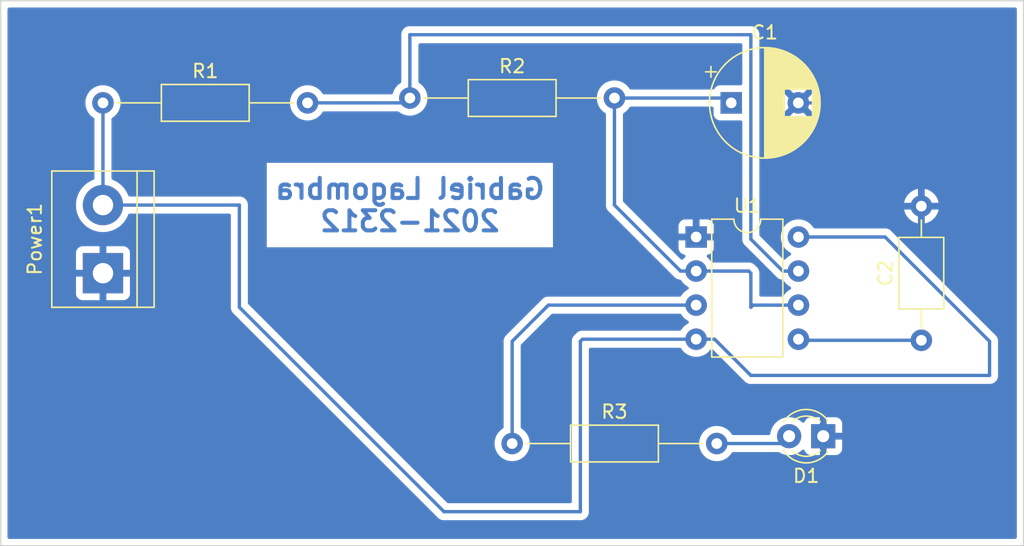
<source format=kicad_pcb>
(kicad_pcb (version 20211014) (generator pcbnew)
  (layers (0 "F.Cu" signal) (31 "B.Cu" signal) (34 "B.Paste" user) (35 "F.Paste" user) (36 "B.SilkS" user "B.Silkscreen") (37 "F.SilkS" user "F.Silkscreen") (38 "B.Mask" user) (39 "F.Mask" user) (44 "Edge.Cuts" user))
  (net 0 "")
  (net 1 "SA2-6")
  (net 2 "gnd")
  (net 3 "Net-(U1-Pad5)")
  (net 4 "Net-(R3-Pad2)")
  (net 5 "5+V")
  (net 6 "SA7")
  (net 7 "Led1")
  (footprint "LED_THT:LED_D3.0mm" (layer "F.Cu") (at 142.551366 93.430476 180)
    (fp_text reference "D1" (at 1.27 -2.96) (layer "F.SilkS"))
    (fp_text value "LED")
    (fp_line (start -0.29 -1.236) (end -0.29 -1.08) (layer "F.SilkS") (width 0.12))
    (fp_line (start -0.29 1.08) (end -0.29 1.236) (layer "F.SilkS") (width 0.12))
    (fp_arc (start 2.942335 1.078608) (mid 1.366487 1.987659) (end -0.29 1.235516) (layer "F.SilkS") (width 0.12))
    (fp_arc (start -0.29 -1.235516) (mid 1.366487 -1.987659) (end 2.942335 -1.078608) (layer "F.SilkS") (width 0.12))
    (fp_arc (start 2.31113 1.079837) (mid 1.270117 1.5) (end 0.229039 1.08) (layer "F.SilkS") (width 0.12))
    (fp_arc (start 0.229039 -1.08) (mid 1.270117 -1.5) (end 2.31113 -1.079837) (layer "F.SilkS") (width 0.12))
    (pad "1" thru_hole rect (at 0 0 180) (size 1.8 1.8) (drill 0.9) (layers *.Cu *.Mask) (net 2 "gnd"))
    (pad "2" thru_hole circle (at 2.54 0 180) (size 1.8 1.8) (drill 0.9) (layers *.Cu *.Mask) (net 4 "Net-(R3-Pad2)"))
  )
  (footprint "Package_DIP:DIP-8_W7.62mm" (layer "F.Cu") (at 133.085302 78.58)
    (fp_text reference "U1" (at 3.81 -2.33) (layer "F.SilkS"))
    (fp_text value "LM555xN")
    (fp_line (start 6.46 -1.33) (end 4.81 -1.33) (layer "F.SilkS") (width 0.12))
    (fp_line (start 6.46 8.95) (end 6.46 -1.33) (layer "F.SilkS") (width 0.12))
    (fp_line (start 1.16 -1.33) (end 1.16 8.95) (layer "F.SilkS") (width 0.12))
    (fp_line (start 1.16 8.95) (end 6.46 8.95) (layer "F.SilkS") (width 0.12))
    (fp_line (start 2.81 -1.33) (end 1.16 -1.33) (layer "F.SilkS") (width 0.12))
    (fp_arc (start 4.81 -1.33) (mid 3.81 -0.33) (end 2.81 -1.33) (layer "F.SilkS") (width 0.12))
    (pad "1" thru_hole rect (at 0 0) (size 1.6 1.6) (drill 0.8) (layers *.Cu *.Mask) (net 2 "gnd"))
    (pad "2" thru_hole oval (at 0 2.54) (size 1.6 1.6) (drill 0.8) (layers *.Cu *.Mask) (net 1 "SA2-6"))
    (pad "3" thru_hole oval (at 0 5.08) (size 1.6 1.6) (drill 0.8) (layers *.Cu *.Mask) (net 7 "Led1"))
    (pad "4" thru_hole oval (at 0 7.62) (size 1.6 1.6) (drill 0.8) (layers *.Cu *.Mask) (net 5 "5+V"))
    (pad "5" thru_hole oval (at 7.62 7.62) (size 1.6 1.6) (drill 0.8) (layers *.Cu *.Mask) (net 3 "Net-(U1-Pad5)"))
    (pad "6" thru_hole oval (at 7.62 5.08) (size 1.6 1.6) (drill 0.8) (layers *.Cu *.Mask) (net 1 "SA2-6"))
    (pad "7" thru_hole oval (at 7.62 2.54) (size 1.6 1.6) (drill 0.8) (layers *.Cu *.Mask) (net 6 "SA7"))
    (pad "8" thru_hole oval (at 7.62 0) (size 1.6 1.6) (drill 0.8) (layers *.Cu *.Mask) (net 5 "5+V"))
  )
  (footprint "Resistor_THT:R_Axial_DIN0207_L6.3mm_D2.5mm_P15.24mm_Horizontal" (layer "F.Cu") (at 119.38 93.98)
    (fp_text reference "R3" (at 7.62 -2.37) (layer "F.SilkS"))
    (fp_text value "330")
    (fp_line (start 4.35 1.37) (end 10.89 1.37) (layer "F.SilkS") (width 0.12))
    (fp_line (start 10.89 1.37) (end 10.89 -1.37) (layer "F.SilkS") (width 0.12))
    (fp_line (start 4.35 -1.37) (end 4.35 1.37) (layer "F.SilkS") (width 0.12))
    (fp_line (start 1.04 0) (end 4.35 0) (layer "F.SilkS") (width 0.12))
    (fp_line (start 14.2 0) (end 10.89 0) (layer "F.SilkS") (width 0.12))
    (fp_line (start 10.89 -1.37) (end 4.35 -1.37) (layer "F.SilkS") (width 0.12))
    (pad "1" thru_hole circle (at 0 0) (size 1.6 1.6) (drill 0.8) (layers *.Cu *.Mask) (net 7 "Led1"))
    (pad "2" thru_hole oval (at 15.24 0) (size 1.6 1.6) (drill 0.8) (layers *.Cu *.Mask) (net 4 "Net-(R3-Pad2)"))
  )
  (footprint "Resistor_THT:R_Axial_DIN0207_L6.3mm_D2.5mm_P15.24mm_Horizontal" (layer "F.Cu") (at 88.9 68.58)
    (fp_text reference "R1" (at 7.62 -2.37) (layer "F.SilkS"))
    (fp_text value "2.2K")
    (fp_line (start 4.35 1.37) (end 10.89 1.37) (layer "F.SilkS") (width 0.12))
    (fp_line (start 10.89 1.37) (end 10.89 -1.37) (layer "F.SilkS") (width 0.12))
    (fp_line (start 1.04 0) (end 4.35 0) (layer "F.SilkS") (width 0.12))
    (fp_line (start 14.2 0) (end 10.89 0) (layer "F.SilkS") (width 0.12))
    (fp_line (start 10.89 -1.37) (end 4.35 -1.37) (layer "F.SilkS") (width 0.12))
    (fp_line (start 4.35 -1.37) (end 4.35 1.37) (layer "F.SilkS") (width 0.12))
    (pad "1" thru_hole circle (at 0 0) (size 1.6 1.6) (drill 0.8) (layers *.Cu *.Mask) (net 5 "5+V"))
    (pad "2" thru_hole oval (at 15.24 0) (size 1.6 1.6) (drill 0.8) (layers *.Cu *.Mask) (net 6 "SA7"))
  )
  (footprint "Capacitor_THT:CP_Radial_D8.0mm_P5.00mm" (layer "F.Cu") (at 135.696482 68.58)
    (fp_text reference "C1" (at 2.5 -5.25) (layer "F.SilkS"))
    (fp_text value "47uf")
    (fp_line (start 3.341 -3.994) (end 3.341 3.994) (layer "F.SilkS") (width 0.12))
    (fp_line (start 5.221 -3.055) (end 5.221 -1.04) (layer "F.SilkS") (width 0.12))
    (fp_line (start 5.581 1.04) (end 5.581 2.697) (layer "F.SilkS") (width 0.12))
    (fp_line (start 4.461 1.04) (end 4.461 3.584) (layer "F.SilkS") (width 0.12))
    (fp_line (start 6.381 -1.346) (end 6.381 1.346) (layer "F.SilkS") (width 0.12))
    (fp_line (start 3.981 -3.805) (end 3.981 -1.04) (layer "F.SilkS") (width 0.12))
    (fp_line (start 4.301 -3.666) (end 4.301 -1.04) (layer "F.SilkS") (width 0.12))
    (fp_line (start 4.181 1.04) (end 4.181 3.722) (layer "F.SilkS") (width 0.12))
    (fp_line (start 4.341 1.04) (end 4.341 3.647) (layer "F.SilkS") (width 0.12))
    (fp_line (start 6.301 -1.552) (end 6.301 1.552) (layer "F.SilkS") (width 0.12))
    (fp_line (start 3.581 -3.936) (end 3.581 3.936) (layer "F.SilkS") (width 0.12))
    (fp_line (start 4.261 1.04) (end 4.261 3.686) (layer "F.SilkS") (width 0.12))
    (fp_line (start 5.341 -2.945) (end 5.341 -1.04) (layer "F.SilkS") (width 0.12))
    (fp_line (start 5.381 1.04) (end 5.381 2.907) (layer "F.SilkS") (width 0.12))
    (fp_line (start 4.501 1.04) (end 4.501 3.562) (layer "F.SilkS") (width 0.12))
    (fp_line (start 5.461 -2.826) (end 5.461 -1.04) (layer "F.SilkS") (width 0.12))
    (fp_line (start 5.781 -2.454) (end 5.781 -1.04) (layer "F.SilkS") (width 0.12))
    (fp_line (start 5.981 -2.166) (end 5.981 -1.04) (layer "F.SilkS") (width 0.12))
    (fp_line (start 4.581 -3.517) (end 4.581 -1.04) (layer "F.SilkS") (width 0.12))
    (fp_line (start 4.141 -3.74) (end 4.141 -1.04) (layer "F.SilkS") (width 0.12))
    (fp_line (start 2.9 -4.061) (end 2.9 4.061) (layer "F.SilkS") (width 0.12))
    (fp_line (start 3.861 -3.85) (end 3.861 3.85) (layer "F.SilkS") (width 0.12))
    (fp_line (start 5.701 -2.556) (end 5.701 -1.04) (layer "F.SilkS") (width 0.12))
    (fp_line (start 5.701 1.04) (end 5.701 2.556) (layer "F.SilkS") (width 0.12))
    (fp_line (start 5.741 1.04) (end 5.741 2.505) (layer "F.SilkS") (width 0.12))
    (fp_line (start 4.821 1.04) (end 4.821 3.365) (layer "F.SilkS") (width 0.12))
    (fp_line (start 6.221 -1.731) (end 6.221 1.731) (layer "F.SilkS") (width 0.12))
    (fp_line (start 6.101 -1.964) (end 6.101 1.964) (layer "F.SilkS") (width 0.12))
    (fp_line (start 6.021 -2.102) (end 6.021 -1.04) (layer "F.SilkS") (width 0.12))
    (fp_line (start 5.861 1.04) (end 5.861 2.345) (layer "F.SilkS") (width 0.12))
    (fp_line (start 2.74 -4.074) (end 2.74 4.074) (layer "F.SilkS") (width 0.12))
    (fp_line (start 6.261 -1.645) (end 6.261 1.645) (layer "F.SilkS") (width 0.12))
    (fp_line (start 5.141 1.04) (end 5.141 3.124) (layer "F.SilkS") (width 0.12))
    (fp_line (start 4.981 1.04) (end 4.981 3.25) (layer "F.SilkS") (width 0.12))
    (fp_line (start 5.541 1.04) (end 5.541 2.741) (layer "F.SilkS") (width 0.12))
    (fp_line (start 4.861 -3.338) (end 4.861 -1.04) (layer "F.SilkS") (width 0.12))
    (fp_line (start 2.5 -4.08) (end 2.5 4.08) (layer "F.SilkS") (width 0.12))
    (fp_line (start 3.621 -3.925) (end 3.621 3.925) (layer "F.SilkS") (width 0.12))
    (fp_line (start 5.821 1.04) (end 5.821 2.4) (layer "F.SilkS") (width 0.12))
    (fp_line (start 4.941 1.04) (end 4.941 3.28) (layer "F.SilkS") (width 0.12))
    (fp_line (start 3.741 -3.889) (end 3.741 3.889) (layer "F.SilkS") (width 0.12))
    (fp_line (start 5.741 -2.505) (end 5.741 -1.04) (layer "F.SilkS") (width 0.12))
    (fp_line (start 6.181 -1.813) (end 6.181 1.813) (layer "F.SilkS") (width 0.12))
    (fp_line (start 4.101 1.04) (end 4.101 3.757) (layer "F.SilkS") (width 0.12))
    (fp_line (start 5.021 1.04) (end 5.021 3.22) (layer "F.SilkS") (width 0.12))
    (fp_line (start 3.06 -4.042) (end 3.06 4.042) (layer "F.SilkS") (width 0.12))
    (fp_line (start 2.66 -4.077) (end 2.66 4.077) (layer "F.SilkS") (width 0.12))
    (fp_line (start 5.981 1.04) (end 5.981 2.166) (layer "F.SilkS") (width 0.12))
    (fp_line (start 4.821 -3.365) (end 4.821 -1.04) (layer "F.SilkS") (width 0.12))
    (fp_line (start 4.501 -3.562) (end 4.501 -1.04) (layer "F.SilkS") (width 0.12))
    (fp_line (start 5.861 -2.345) (end 5.861 -1.04) (layer "F.SilkS") (width 0.12))
    (fp_line (start 4.541 1.04) (end 4.541 3.54) (layer "F.SilkS") (width 0.12))
    (fp_line (start 5.661 -2.604) (end 5.661 -1.04) (layer "F.SilkS") (width 0.12))
    (fp_line (start 2.94 -4.057) (end 2.94 4.057) (layer "F.SilkS") (width 0.12))
    (fp_line (start 3.781 -3.877) (end 3.781 3.877) (layer "F.SilkS") (width 0.12))
    (fp_line (start 2.54 -4.08) (end 2.54 4.08) (layer "F.SilkS") (width 0.12))
    (fp_line (start 5.301 -2.983) (end 5.301 -1.04) (layer "F.SilkS") (width 0.12))
    (fp_line (start 3.18 -4.024) (end 3.18 4.024) (layer "F.SilkS") (width 0.12))
    (fp_line (start 4.701 1.04) (end 4.701 3.444) (layer "F.SilkS") (width 0.12))
    (fp_line (start 5.621 -2.651) (end 5.621 -1.04) (layer "F.SilkS") (width 0.12))
    (fp_line (start 5.061 -3.189) (end 5.061 -1.04) (layer "F.SilkS") (width 0.12))
    (fp_line (start 6.501 -0.948) (end 6.501 0.948) (layer "F.SilkS") (width 0.12))
    (fp_line (start 4.661 1.04) (end 4.661 3.469) (layer "F.SilkS") (width 0.12))
    (fp_line (start 4.221 -3.704) (end 4.221 -1.04) (layer "F.SilkS") (width 0.12))
    (fp_line (start 5.421 -2.867) (end 5.421 -1.04) (layer "F.SilkS") (width 0.12))
    (fp_line (start 2.62 -4.079) (end 2.62 4.079) (layer "F.SilkS") (width 0.12))
    (fp_line (start 3.381 -3.985) (end 3.381 3.985) (layer "F.SilkS") (width 0.12))
    (fp_line (start 4.181 -3.722) (end 4.181 -1.04) (layer "F.SilkS") (width 0.12))
    (fp_line (start 5.901 -2.287) (end 5.901 -1.04) (layer "F.SilkS") (width 0.12))
    (fp_line (start 3.981 1.04) (end 3.981 3.805) (layer "F.SilkS") (width 0.12))
    (fp_line (start 3.02 -4.048) (end 3.02 4.048) (layer "F.SilkS") (width 0.12))
    (fp_line (start 4.021 -3.79) (end 4.021 -1.04) (layer "F.SilkS") (width 0.12))
    (fp_line (start 3.661 -3.914) (end 3.661 3.914) (layer "F.SilkS") (width 0.12))
    (fp_line (start 6.341 -1.453) (end 6.341 1.453) (layer "F.SilkS") (width 0.12))
    (fp_line (start 4.461 -3.584) (end 4.461 -1.04) (layer "F.SilkS") (width 0.12))
    (fp_line (start 5.061 1.04) (end 5.061 3.189) (layer "F.SilkS") (width 0.12))
    (fp_line (start 4.381 -3.627) (end 4.381 -1.04) (layer "F.SilkS") (width 0.12))
    (fp_line (start 5.901 1.04) (end 5.901 2.287) (layer "F.SilkS") (width 0.12))
    (fp_line (start 5.941 -2.228) (end 5.941 -1.04) (layer "F.SilkS") (width 0.12))
    (fp_line (start 5.501 1.04) (end 5.501 2.784) (layer "F.SilkS") (width 0.12))
    (fp_line (start 4.541 -3.54) (end 4.541 -1.04) (layer "F.SilkS") (width 0.12))
    (fp_line (start 3.821 -3.863) (end 3.821 3.863) (layer "F.SilkS") (width 0.12))
    (fp_line (start 5.301 1.04) (end 5.301 2.983) (layer "F.SilkS") (width 0.12))
    (fp_line (start 6.021 1.04) (end 6.021 2.102) (layer "F.SilkS") (width 0.12))
    (fp_line (start 4.861 1.04) (end 4.861 3.338) (layer "F.SilkS") (width 0.12))
    (fp_line (start 3.301 -4.002) (end 3.301 4.002) (layer "F.SilkS") (width 0.12))
    (fp_line (start 4.301 1.04) (end 4.301 3.666) (layer "F.SilkS") (width 0.12))
    (fp_line (start 6.461 -1.098) (end 6.461 1.098) (layer "F.SilkS") (width 0.12))
    (fp_line (start 3.421 -3.976) (end 3.421 3.976) (layer "F.SilkS") (width 0.12))
    (fp_line (start 4.701 -3.444) (end 4.701 -1.04) (layer "F.SilkS") (width 0.12))
    (fp_line (start 4.901 -3.309) (end 4.901 -1.04) (layer "F.SilkS") (width 0.12))
    (fp_line (start 3.901 -3.835) (end 3.901 3.835) (layer "F.SilkS") (width 0.12))
    (fp_line (start 6.141 -1.89) (end 6.141 1.89) (layer "F.SilkS") (width 0.12))
    (fp_line (start 4.781 -3.392) (end 4.781 -1.04) (layer "F.SilkS") (width 0.12))
    (fp_line (start -1.509698 -2.715) (end -1.509698 -1.915) (layer "F.SilkS") (width 0.12))
    (fp_line (start 5.221 1.04) (end 5.221 3.055) (layer "F.SilkS") (width 0.12))
    (fp_line (start 3.1 -4.037) (end 3.1 4.037) (layer "F.SilkS") (width 0.12))
    (fp_line (start 6.541 -0.768) (end 6.541 0.768) (layer "F.SilkS") (width 0.12))
    (fp_line (start 2.58 -4.08) (end 2.58 4.08) (layer "F.SilkS") (width 0.12))
    (fp_line (start 4.061 1.04) (end 4.061 3.774) (layer "F.SilkS") (width 0.12))
    (fp_line (start 5.101 -3.156) (end 5.101 -1.04) (layer "F.SilkS") (width 0.12))
    (fp_line (start 4.141 1.04) (end 4.141 3.74) (layer "F.SilkS") (width 0.12))
    (fp_line (start 4.981 -3.25) (end 4.981 -1.04) (layer "F.SilkS") (width 0.12))
    (fp_line (start 4.741 -3.418) (end 4.741 -1.04) (layer "F.SilkS") (width 0.12))
    (fp_line (start 3.701 -3.902) (end 3.701 3.902) (layer "F.SilkS") (width 0.12))
    (fp_line (start 5.101 1.04) (end 5.101 3.156) (layer "F.SilkS") (width 0.12))
    (fp_line (start 4.061 -3.774) (end 4.061 -1.04) (layer "F.SilkS") (width 0.12))
    (fp_line (start 2.82 -4.068) (end 2.82 4.068) (layer "F.SilkS") (width 0.12))
    (fp_line (start 3.941 -3.821) (end 3.941 3.821) (layer "F.SilkS") (width 0.12))
    (fp_line (start 6.061 -2.034) (end 6.061 2.034) (layer "F.SilkS") (width 0.12))
    (fp_line (start 6.421 -1.229) (end 6.421 1.229) (layer "F.SilkS") (width 0.12))
    (fp_line (start 5.461 1.04) (end 5.461 2.826) (layer "F.SilkS") (width 0.12))
    (fp_line (start 5.581 -2.697) (end 5.581 -1.04) (layer "F.SilkS") (width 0.12))
    (fp_line (start 3.14 -4.03) (end 3.14 4.03) (layer "F.SilkS") (width 0.12))
    (fp_line (start 4.661 -3.469) (end 4.661 -1.04) (layer "F.SilkS") (width 0.12))
    (fp_line (start 4.581 1.04) (end 4.581 3.517) (layer "F.SilkS") (width 0.12))
    (fp_line (start 4.341 -3.647) (end 4.341 -1.04) (layer "F.SilkS") (width 0.12))
    (fp_line (start 3.501 -3.957) (end 3.501 3.957) (layer "F.SilkS") (width 0.12))
    (fp_line (start 4.101 -3.757) (end 4.101 -1.04) (layer "F.SilkS") (width 0.12))
    (fp_line (start 2.7 -4.076) (end 2.7 4.076) (layer "F.SilkS") (width 0.12))
    (fp_line (start 4.621 1.04) (end 4.621 3.493) (layer "F.SilkS") (width 0.12))
    (fp_line (start 4.781 1.04) (end 4.781 3.392) (layer "F.SilkS") (width 0.12))
    (fp_line (start 5.141 -3.124) (end 5.141 -1.04) (layer "F.SilkS") (width 0.12))
    (fp_line (start 3.541 -3.947) (end 3.541 3.947) (layer "F.SilkS") (width 0.12))
    (fp_line (start 2.78 -4.071) (end 2.78 4.071) (layer "F.SilkS") (width 0.12))
    (fp_line (start 5.181 1.04) (end 5.181 3.09) (layer "F.SilkS") (width 0.12))
    (fp_line (start 5.341 1.04) (end 5.341 2.945) (layer "F.SilkS") (width 0.12))
    (fp_line (start 4.741 1.04) (end 4.741 3.418) (layer "F.SilkS") (width 0.12))
    (fp_line (start 4.421 1.04) (end 4.421 3.606) (layer "F.SilkS") (width 0.12))
    (fp_line (start 5.381 -2.907) (end 5.381 -1.04) (layer "F.SilkS") (width 0.12))
    (fp_line (start 5.941 1.04) (end 5.941 2.228) (layer "F.SilkS") (width 0.12))
    (fp_line (start 4.621 -3.493) (end 4.621 -1.04) (layer "F.SilkS") (width 0.12))
    (fp_line (start 5.181 -3.09) (end 5.181 -1.04) (layer "F.SilkS") (width 0.12))
    (fp_line (start 5.261 -3.019) (end 5.261 -1.04) (layer "F.SilkS") (width 0.12))
    (fp_line (start 5.541 -2.741) (end 5.541 -1.04) (layer "F.SilkS") (width 0.12))
    (fp_line (start 4.421 -3.606) (end 4.421 -1.04) (layer "F.SilkS") (width 0.12))
    (fp_line (start 5.821 -2.4) (end 5.821 -1.04) (layer "F.SilkS") (width 0.12))
    (fp_line (start 3.461 -3.967) (end 3.461 3.967) (layer "F.SilkS") (width 0.12))
    (fp_line (start 3.221 -4.017) (end 3.221 4.017) (layer "F.SilkS") (width 0.12))
    (fp_line (start 4.901 1.04) (end 4.901 3.309) (layer "F.SilkS") (width 0.12))
    (fp_line (start 4.261 -3.686) (end 4.261 -1.04) (layer "F.SilkS") (width 0.12))
    (fp_line (start 5.621 1.04) (end 5.621 2.651) (layer "F.SilkS") (width 0.12))
    (fp_line (start 6.581 -0.533) (end 6.581 0.533) (layer "F.SilkS") (width 0.12))
    (fp_line (start 5.781 1.04) (end 5.781 2.454) (layer "F.SilkS") (width 0.12))
    (fp_line (start 5.501 -2.784) (end 5.501 -1.04) (layer "F.SilkS") (width 0.12))
    (fp_line (start 5.421 1.04) (end 5.421 2.867) (layer "F.SilkS") (width 0.12))
    (fp_line (start 5.661 1.04) (end 5.661 2.604) (layer "F.SilkS") (width 0.12))
    (fp_line (start 4.221 1.04) (end 4.221 3.704) (layer "F.SilkS") (width 0.12))
    (fp_line (start 4.941 -3.28) (end 4.941 -1.04) (layer "F.SilkS") (width 0.12))
    (fp_line (start 2.98 -4.052) (end 2.98 4.052) (layer "F.SilkS") (width 0.12))
    (fp_line (start -1.909698 -2.315) (end -1.109698 -2.315) (layer "F.SilkS") (width 0.12))
    (fp_line (start 4.021 1.04) (end 4.021 3.79) (layer "F.SilkS") (width 0.12))
    (fp_line (start 3.261 -4.01) (end 3.261 4.01) (layer "F.SilkS") (width 0.12))
    (fp_line (start 4.381 1.04) (end 4.381 3.627) (layer "F.SilkS") (width 0.12))
    (fp_line (start 5.261 1.04) (end 5.261 3.019) (layer "F.SilkS") (width 0.12))
    (fp_line (start 2.86 -4.065) (end 2.86 4.065) (layer "F.SilkS") (width 0.12))
    (fp_line (start 5.021 -3.22) (end 5.021 -1.04) (layer "F.SilkS") (width 0.12))
    (fp_circle (center 2.5 0) (end 6.62 0) (layer "F.SilkS") (width 0.12) (fill none))
    (pad "1" thru_hole rect (at 0 0) (size 1.6 1.6) (drill 0.8) (layers *.Cu *.Mask) (net 1 "SA2-6"))
    (pad "2" thru_hole circle (at 5 0) (size 1.6 1.6) (drill 0.8) (layers *.Cu *.Mask) (net 2 "gnd"))
  )
  (footprint "Capacitor_THT:C_Axial_L5.1mm_D3.1mm_P10.00mm_Horizontal" (layer "F.Cu") (at 149.86 86.28 90)
    (fp_text reference "C2" (at 5 -2.67 90) (layer "F.SilkS"))
    (fp_text value "100nf")
    (fp_line (start 7.67 -1.67) (end 2.33 -1.67) (layer "F.SilkS") (width 0.12))
    (fp_line (start 1.04 0) (end 2.33 0) (layer "F.SilkS") (width 0.12))
    (fp_line (start 2.33 -1.67) (end 2.33 1.67) (layer "F.SilkS") (width 0.12))
    (fp_line (start 7.67 1.67) (end 7.67 -1.67) (layer "F.SilkS") (width 0.12))
    (fp_line (start 8.96 0) (end 7.67 0) (layer "F.SilkS") (width 0.12))
    (fp_line (start 2.33 1.67) (end 7.67 1.67) (layer "F.SilkS") (width 0.12))
    (pad "1" thru_hole circle (at 0 0 90) (size 1.6 1.6) (drill 0.8) (layers *.Cu *.Mask) (net 3 "Net-(U1-Pad5)"))
    (pad "2" thru_hole oval (at 10 0 90) (size 1.6 1.6) (drill 0.8) (layers *.Cu *.Mask) (net 2 "gnd"))
  )
  (footprint "TerminalBlock:TerminalBlock_bornier-2_P5.08mm" (layer "F.Cu") (at 88.9 81.28 90)
    (fp_text reference "Power1" (at 2.54 -5.08 90) (layer "F.SilkS"))
    (fp_text value "Screw_Terminal_01x02")
    (fp_line (start -2.54 3.81) (end 7.62 3.81) (layer "F.SilkS") (width 0.12))
    (fp_line (start -2.54 -3.81) (end -2.54 3.81) (layer "F.SilkS") (width 0.12))
    (fp_line (start 7.62 -3.81) (end -2.54 -3.81) (layer "F.SilkS") (width 0.12))
    (fp_line (start 7.62 3.81) (end 7.62 -3.81) (layer "F.SilkS") (width 0.12))
    (fp_line (start 7.62 2.54) (end -2.54 2.54) (layer "F.SilkS") (width 0.12))
    (pad "1" thru_hole rect (at 0 0 90) (size 3 3) (drill 1.52) (layers *.Cu *.Mask) (net 2 "gnd"))
    (pad "2" thru_hole circle (at 5.08 0 90) (size 3 3) (drill 1.52) (layers *.Cu *.Mask) (net 5 "5+V"))
  )
  (footprint "Resistor_THT:R_Axial_DIN0207_L6.3mm_D2.5mm_P15.24mm_Horizontal" (layer "F.Cu") (at 111.76 68.22)
    (fp_text reference "R2" (at 7.62 -2.37) (layer "F.SilkS"))
    (fp_text value "3.3K")
    (fp_line (start 14.2 0) (end 10.89 0) (layer "F.SilkS") (width 0.12))
    (fp_line (start 4.35 1.37) (end 10.89 1.37) (layer "F.SilkS") (width 0.12))
    (fp_line (start 4.35 -1.37) (end 4.35 1.37) (layer "F.SilkS") (width 0.12))
    (fp_line (start 10.89 -1.37) (end 4.35 -1.37) (layer "F.SilkS") (width 0.12))
    (fp_line (start 1.04 0) (end 4.35 0) (layer "F.SilkS") (width 0.12))
    (fp_line (start 10.89 1.37) (end 10.89 -1.37) (layer "F.SilkS") (width 0.12))
    (pad "1" thru_hole circle (at 0 0) (size 1.6 1.6) (drill 0.8) (layers *.Cu *.Mask) (net 6 "SA7"))
    (pad "2" thru_hole oval (at 15.24 0) (size 1.6 1.6) (drill 0.8) (layers *.Cu *.Mask) (net 1 "SA2-6"))
  )
  (gr_line (start 81.28 60.96) (end 81.28 101.6) (layer "Edge.Cuts") (width 0.1))
  (gr_line (start 81.28 101.6) (end 157.48 101.6) (layer "Edge.Cuts") (width 0.1))
  (gr_line (start 157.48 101.6) (end 157.48 60.96) (layer "Edge.Cuts") (width 0.1))
  (gr_line (start 157.48 60.96) (end 81.28 60.96) (layer "Edge.Cuts") (width 0.1))
  (gr_text "Gabriel Lagombra\n2021-2312\n" (at 111.76 76.2) (layer "B.Cu") (effects (font (size 1.5 1.5) (thickness 0.3)) (justify mirror)))
  (segment (start 133.085302 81.12) (end 131.92 81.12) (width 0.25) (layer "B.Cu") (net 1))
  (segment (start 135.336482 68.22) (end 135.696482 68.58) (width 0.25) (layer "B.Cu") (net 1))
  (segment (start 127 76.2) (end 127 68.22) (width 0.25) (layer "B.Cu") (net 1))
  (segment (start 133.085302 81.12) (end 137 81.12) (width 0.25) (layer "B.Cu") (net 1))
  (segment (start 137.16 81.28) (end 137.16 83.82) (width 0.25) (layer "B.Cu") (net 1))
  (segment (start 131.92 81.12) (end 127 76.2) (width 0.25) (layer "B.Cu") (net 1))
  (segment (start 137.16 83.82) (end 137.32 83.66) (width 0.25) (layer "B.Cu") (net 1))
  (segment (start 137.32 83.66) (end 140.705302 83.66) (width 0.25) (layer "B.Cu") (net 1))
  (segment (start 127 68.22) (end 135.336482 68.22) (width 0.25) (layer "B.Cu") (net 1))
  (segment (start 137 81.12) (end 137.16 81.28) (width 0.25) (layer "B.Cu") (net 1))
  (segment (start 140.696482 68.58) (end 147.32 68.58) (width 0.25) (layer "B.Cu") (net 2))
  (segment (start 149.86 71.12) (end 149.86 76.28) (width 0.25) (layer "B.Cu") (net 2))
  (segment (start 147.32 68.58) (end 149.86 71.12) (width 0.25) (layer "B.Cu") (net 2))
  (segment (start 149.86 86.28) (end 140.785302 86.28) (width 0.25) (layer "B.Cu") (net 3))
  (segment (start 140.785302 86.28) (end 140.705302 86.2) (width 0.25) (layer "B.Cu") (net 3))
  (segment (start 134.62 93.98) (end 139.461842 93.98) (width 0.25) (layer "B.Cu") (net 4))
  (segment (start 139.461842 93.98) (end 140.011366 93.430476) (width 0.25) (layer "B.Cu") (net 4))
  (segment (start 124.46 99.06) (end 114.3 99.06) (width 0.25) (layer "B.Cu") (net 5))
  (segment (start 154.94 86.36) (end 147.16 78.58) (width 0.25) (layer "B.Cu") (net 5))
  (segment (start 137.16 88.9) (end 154.94 88.9) (width 0.25) (layer "B.Cu") (net 5))
  (segment (start 134.46 86.2) (end 137.16 88.9) (width 0.25) (layer "B.Cu") (net 5))
  (segment (start 114.3 99.06) (end 99.06 83.82) (width 0.25) (layer "B.Cu") (net 5))
  (segment (start 88.9 76.2) (end 88.9 68.58) (width 0.25) (layer "B.Cu") (net 5))
  (segment (start 124.62 86.2) (end 124.46 86.36) (width 0.25) (layer "B.Cu") (net 5))
  (segment (start 88.9 76.2) (end 99.06 76.2) (width 0.25) (layer "B.Cu") (net 5))
  (segment (start 124.46 86.36) (end 124.46 99.06) (width 0.25) (layer "B.Cu") (net 5))
  (segment (start 133.085302 86.2) (end 134.46 86.2) (width 0.25) (layer "B.Cu") (net 5))
  (segment (start 133.085302 86.2) (end 124.62 86.2) (width 0.25) (layer "B.Cu") (net 5))
  (segment (start 99.06 83.82) (end 99.06 76.2) (width 0.25) (layer "B.Cu") (net 5))
  (segment (start 147.16 78.58) (end 140.705302 78.58) (width 0.25) (layer "B.Cu") (net 5))
  (segment (start 154.94 88.9) (end 154.94 86.36) (width 0.25) (layer "B.Cu") (net 5))
  (segment (start 139.54 81.12) (end 137.16 78.74) (width 0.25) (layer "B.Cu") (net 6))
  (segment (start 140.705302 81.12) (end 139.54 81.12) (width 0.25) (layer "B.Cu") (net 6))
  (segment (start 111.76 68.22) (end 111.76 63.5) (width 0.25) (layer "B.Cu") (net 6))
  (segment (start 137.16 63.5) (end 137.16 73.66) (width 0.25) (layer "B.Cu") (net 6))
  (segment (start 137.16 78.74) (end 137.16 73.66) (width 0.25) (layer "B.Cu") (net 6))
  (segment (start 111.4 68.58) (end 111.76 68.22) (width 0.25) (layer "B.Cu") (net 6))
  (segment (start 111.76 63.5) (end 137.16 63.5) (width 0.25) (layer "B.Cu") (net 6))
  (segment (start 104.14 68.58) (end 111.4 68.58) (width 0.25) (layer "B.Cu") (net 6))
  (segment (start 133.085302 83.66) (end 122.08 83.66) (width 0.25) (layer "B.Cu") (net 7))
  (segment (start 122.08 83.66) (end 121.92 83.82) (width 0.25) (layer "B.Cu") (net 7))
  (segment (start 119.38 86.36) (end 121.92 83.82) (width 0.25) (layer "B.Cu") (net 7))
  (segment (start 119.38 93.98) (end 119.38 86.36) (width 0.25) (layer "B.Cu") (net 7))
  (zone (net 2) (net_name "gnd") (layer "B.Cu") (connect_pads (clearance 0.508)) (min_thickness 0.254) (fill yes (thermal_gap 0.508) (thermal_bridge_width 0.508))
    (polygon (pts (xy 157.48 101.6) (xy 81.28 101.6) (xy 81.28 60.96) (xy 157.48 60.96)))
  )
)
</source>
